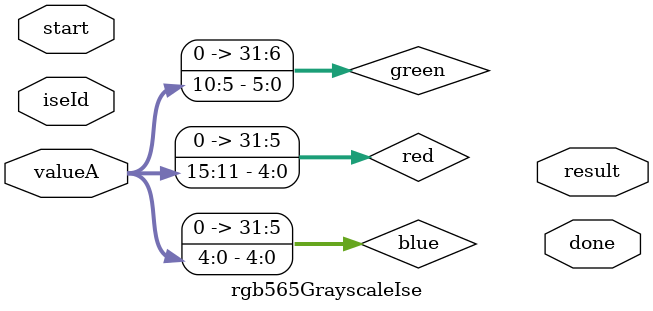
<source format=v>
module rgb565GrayscaleIse #(parameter [7:0] customInstructionId = 8'd0)
(
    input wire start,
    input wire [31:0] valueA,
    input wire [7:0] iseId,
    output wire done,
    output wire [31:0] result
);


    wire enableGeneral;
    wire [31:0] red, green, blue;





    assign red = {27'b0, valueA[15:11]};
    assign green = {26'b0, valueA[10:5]};
    assign blue = {27'b0, valueA[4:0]};

    assign enableGeneral = (iseId == customInstructionId && start == 1'b1);

endmodule



</source>
